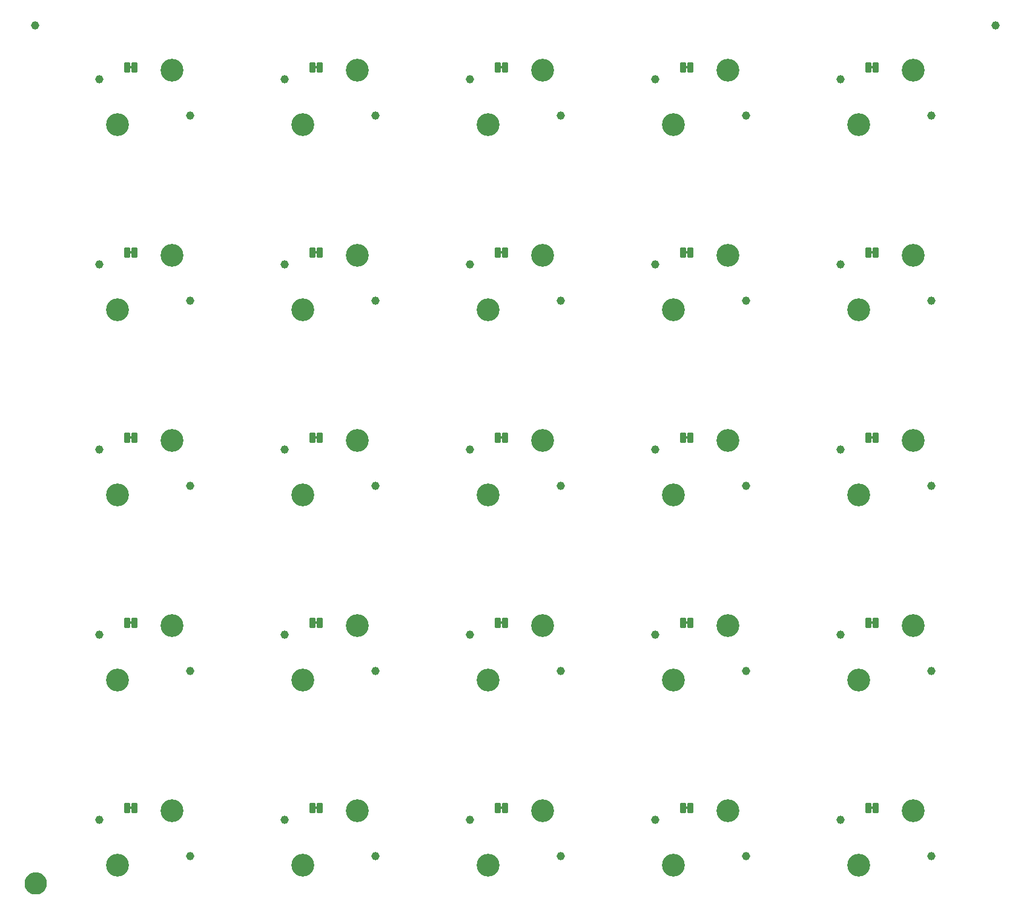
<source format=gbs>
G04 EAGLE Gerber RS-274X export*
G75*
%MOMM*%
%FSLAX34Y34*%
%LPD*%
%INSoldermask Bottom*%
%IPPOS*%
%AMOC8*
5,1,8,0,0,1.08239X$1,22.5*%
G01*
%ADD10C,3.200400*%
%ADD11C,1.152400*%
%ADD12C,0.251966*%
%ADD13C,1.270000*%
%ADD14C,1.652400*%

G36*
X1144970Y426097D02*
X1144970Y426097D01*
X1145036Y426099D01*
X1145079Y426117D01*
X1145126Y426125D01*
X1145183Y426159D01*
X1145243Y426184D01*
X1145278Y426215D01*
X1145319Y426240D01*
X1145361Y426291D01*
X1145409Y426335D01*
X1145431Y426377D01*
X1145460Y426414D01*
X1145481Y426476D01*
X1145512Y426535D01*
X1145520Y426589D01*
X1145532Y426626D01*
X1145531Y426666D01*
X1145539Y426720D01*
X1145539Y429260D01*
X1145528Y429325D01*
X1145526Y429391D01*
X1145508Y429434D01*
X1145500Y429481D01*
X1145466Y429538D01*
X1145441Y429598D01*
X1145410Y429633D01*
X1145385Y429674D01*
X1145334Y429716D01*
X1145290Y429764D01*
X1145248Y429786D01*
X1145211Y429815D01*
X1145149Y429836D01*
X1145090Y429867D01*
X1145036Y429875D01*
X1144999Y429887D01*
X1144959Y429886D01*
X1144905Y429894D01*
X1141095Y429894D01*
X1141030Y429883D01*
X1140964Y429881D01*
X1140921Y429863D01*
X1140874Y429855D01*
X1140817Y429821D01*
X1140757Y429796D01*
X1140722Y429765D01*
X1140681Y429740D01*
X1140640Y429689D01*
X1140591Y429645D01*
X1140569Y429603D01*
X1140540Y429566D01*
X1140519Y429504D01*
X1140488Y429445D01*
X1140480Y429391D01*
X1140468Y429354D01*
X1140468Y429351D01*
X1140469Y429314D01*
X1140461Y429260D01*
X1140461Y426720D01*
X1140472Y426655D01*
X1140474Y426589D01*
X1140492Y426546D01*
X1140500Y426499D01*
X1140534Y426442D01*
X1140559Y426382D01*
X1140590Y426347D01*
X1140615Y426306D01*
X1140666Y426265D01*
X1140710Y426216D01*
X1140752Y426194D01*
X1140789Y426165D01*
X1140851Y426144D01*
X1140910Y426113D01*
X1140964Y426105D01*
X1141001Y426093D01*
X1141041Y426094D01*
X1141095Y426086D01*
X1144905Y426086D01*
X1144970Y426097D01*
G37*
G36*
X885890Y426097D02*
X885890Y426097D01*
X885956Y426099D01*
X885999Y426117D01*
X886046Y426125D01*
X886103Y426159D01*
X886163Y426184D01*
X886198Y426215D01*
X886239Y426240D01*
X886281Y426291D01*
X886329Y426335D01*
X886351Y426377D01*
X886380Y426414D01*
X886401Y426476D01*
X886432Y426535D01*
X886440Y426589D01*
X886452Y426626D01*
X886451Y426666D01*
X886459Y426720D01*
X886459Y429260D01*
X886448Y429325D01*
X886446Y429391D01*
X886428Y429434D01*
X886420Y429481D01*
X886386Y429538D01*
X886361Y429598D01*
X886330Y429633D01*
X886305Y429674D01*
X886254Y429716D01*
X886210Y429764D01*
X886168Y429786D01*
X886131Y429815D01*
X886069Y429836D01*
X886010Y429867D01*
X885956Y429875D01*
X885919Y429887D01*
X885879Y429886D01*
X885825Y429894D01*
X882015Y429894D01*
X881950Y429883D01*
X881884Y429881D01*
X881841Y429863D01*
X881794Y429855D01*
X881737Y429821D01*
X881677Y429796D01*
X881642Y429765D01*
X881601Y429740D01*
X881560Y429689D01*
X881511Y429645D01*
X881489Y429603D01*
X881460Y429566D01*
X881439Y429504D01*
X881408Y429445D01*
X881400Y429391D01*
X881388Y429354D01*
X881388Y429351D01*
X881389Y429314D01*
X881381Y429260D01*
X881381Y426720D01*
X881392Y426655D01*
X881394Y426589D01*
X881412Y426546D01*
X881420Y426499D01*
X881454Y426442D01*
X881479Y426382D01*
X881510Y426347D01*
X881535Y426306D01*
X881586Y426265D01*
X881630Y426216D01*
X881672Y426194D01*
X881709Y426165D01*
X881771Y426144D01*
X881830Y426113D01*
X881884Y426105D01*
X881921Y426093D01*
X881961Y426094D01*
X882015Y426086D01*
X885825Y426086D01*
X885890Y426097D01*
G37*
G36*
X367730Y426097D02*
X367730Y426097D01*
X367796Y426099D01*
X367839Y426117D01*
X367886Y426125D01*
X367943Y426159D01*
X368003Y426184D01*
X368038Y426215D01*
X368079Y426240D01*
X368121Y426291D01*
X368169Y426335D01*
X368191Y426377D01*
X368220Y426414D01*
X368241Y426476D01*
X368272Y426535D01*
X368280Y426589D01*
X368292Y426626D01*
X368291Y426666D01*
X368299Y426720D01*
X368299Y429260D01*
X368288Y429325D01*
X368286Y429391D01*
X368268Y429434D01*
X368260Y429481D01*
X368226Y429538D01*
X368201Y429598D01*
X368170Y429633D01*
X368145Y429674D01*
X368094Y429716D01*
X368050Y429764D01*
X368008Y429786D01*
X367971Y429815D01*
X367909Y429836D01*
X367850Y429867D01*
X367796Y429875D01*
X367759Y429887D01*
X367719Y429886D01*
X367665Y429894D01*
X363855Y429894D01*
X363790Y429883D01*
X363724Y429881D01*
X363681Y429863D01*
X363634Y429855D01*
X363577Y429821D01*
X363517Y429796D01*
X363482Y429765D01*
X363441Y429740D01*
X363400Y429689D01*
X363351Y429645D01*
X363329Y429603D01*
X363300Y429566D01*
X363279Y429504D01*
X363248Y429445D01*
X363240Y429391D01*
X363228Y429354D01*
X363228Y429351D01*
X363229Y429314D01*
X363221Y429260D01*
X363221Y426720D01*
X363232Y426655D01*
X363234Y426589D01*
X363252Y426546D01*
X363260Y426499D01*
X363294Y426442D01*
X363319Y426382D01*
X363350Y426347D01*
X363375Y426306D01*
X363426Y426265D01*
X363470Y426216D01*
X363512Y426194D01*
X363549Y426165D01*
X363611Y426144D01*
X363670Y426113D01*
X363724Y426105D01*
X363761Y426093D01*
X363801Y426094D01*
X363855Y426086D01*
X367665Y426086D01*
X367730Y426097D01*
G37*
G36*
X108650Y426097D02*
X108650Y426097D01*
X108716Y426099D01*
X108759Y426117D01*
X108806Y426125D01*
X108863Y426159D01*
X108923Y426184D01*
X108958Y426215D01*
X108999Y426240D01*
X109041Y426291D01*
X109089Y426335D01*
X109111Y426377D01*
X109140Y426414D01*
X109161Y426476D01*
X109192Y426535D01*
X109200Y426589D01*
X109212Y426626D01*
X109211Y426666D01*
X109219Y426720D01*
X109219Y429260D01*
X109208Y429325D01*
X109206Y429391D01*
X109188Y429434D01*
X109180Y429481D01*
X109146Y429538D01*
X109121Y429598D01*
X109090Y429633D01*
X109065Y429674D01*
X109014Y429716D01*
X108970Y429764D01*
X108928Y429786D01*
X108891Y429815D01*
X108829Y429836D01*
X108770Y429867D01*
X108716Y429875D01*
X108679Y429887D01*
X108639Y429886D01*
X108585Y429894D01*
X104775Y429894D01*
X104710Y429883D01*
X104644Y429881D01*
X104601Y429863D01*
X104554Y429855D01*
X104497Y429821D01*
X104437Y429796D01*
X104402Y429765D01*
X104361Y429740D01*
X104320Y429689D01*
X104271Y429645D01*
X104249Y429603D01*
X104220Y429566D01*
X104199Y429504D01*
X104168Y429445D01*
X104160Y429391D01*
X104148Y429354D01*
X104148Y429351D01*
X104149Y429314D01*
X104141Y429260D01*
X104141Y426720D01*
X104152Y426655D01*
X104154Y426589D01*
X104172Y426546D01*
X104180Y426499D01*
X104214Y426442D01*
X104239Y426382D01*
X104270Y426347D01*
X104295Y426306D01*
X104346Y426265D01*
X104390Y426216D01*
X104432Y426194D01*
X104469Y426165D01*
X104531Y426144D01*
X104590Y426113D01*
X104644Y426105D01*
X104681Y426093D01*
X104721Y426094D01*
X104775Y426086D01*
X108585Y426086D01*
X108650Y426097D01*
G37*
G36*
X626810Y426097D02*
X626810Y426097D01*
X626876Y426099D01*
X626919Y426117D01*
X626966Y426125D01*
X627023Y426159D01*
X627083Y426184D01*
X627118Y426215D01*
X627159Y426240D01*
X627201Y426291D01*
X627249Y426335D01*
X627271Y426377D01*
X627300Y426414D01*
X627321Y426476D01*
X627352Y426535D01*
X627360Y426589D01*
X627372Y426626D01*
X627371Y426666D01*
X627379Y426720D01*
X627379Y429260D01*
X627368Y429325D01*
X627366Y429391D01*
X627348Y429434D01*
X627340Y429481D01*
X627306Y429538D01*
X627281Y429598D01*
X627250Y429633D01*
X627225Y429674D01*
X627174Y429716D01*
X627130Y429764D01*
X627088Y429786D01*
X627051Y429815D01*
X626989Y429836D01*
X626930Y429867D01*
X626876Y429875D01*
X626839Y429887D01*
X626799Y429886D01*
X626745Y429894D01*
X622935Y429894D01*
X622870Y429883D01*
X622804Y429881D01*
X622761Y429863D01*
X622714Y429855D01*
X622657Y429821D01*
X622597Y429796D01*
X622562Y429765D01*
X622521Y429740D01*
X622480Y429689D01*
X622431Y429645D01*
X622409Y429603D01*
X622380Y429566D01*
X622359Y429504D01*
X622328Y429445D01*
X622320Y429391D01*
X622308Y429354D01*
X622308Y429351D01*
X622309Y429314D01*
X622301Y429260D01*
X622301Y426720D01*
X622312Y426655D01*
X622314Y426589D01*
X622332Y426546D01*
X622340Y426499D01*
X622374Y426442D01*
X622399Y426382D01*
X622430Y426347D01*
X622455Y426306D01*
X622506Y426265D01*
X622550Y426216D01*
X622592Y426194D01*
X622629Y426165D01*
X622691Y426144D01*
X622750Y426113D01*
X622804Y426105D01*
X622841Y426093D01*
X622881Y426094D01*
X622935Y426086D01*
X626745Y426086D01*
X626810Y426097D01*
G37*
G36*
X626810Y1203337D02*
X626810Y1203337D01*
X626876Y1203339D01*
X626919Y1203357D01*
X626966Y1203365D01*
X627023Y1203399D01*
X627083Y1203424D01*
X627118Y1203455D01*
X627159Y1203480D01*
X627201Y1203531D01*
X627249Y1203575D01*
X627271Y1203617D01*
X627300Y1203654D01*
X627321Y1203716D01*
X627352Y1203775D01*
X627360Y1203829D01*
X627372Y1203866D01*
X627371Y1203906D01*
X627379Y1203960D01*
X627379Y1206500D01*
X627368Y1206565D01*
X627366Y1206631D01*
X627348Y1206674D01*
X627340Y1206721D01*
X627306Y1206778D01*
X627281Y1206838D01*
X627250Y1206873D01*
X627225Y1206914D01*
X627174Y1206956D01*
X627130Y1207004D01*
X627088Y1207026D01*
X627051Y1207055D01*
X626989Y1207076D01*
X626930Y1207107D01*
X626876Y1207115D01*
X626839Y1207127D01*
X626799Y1207126D01*
X626745Y1207134D01*
X622935Y1207134D01*
X622870Y1207123D01*
X622804Y1207121D01*
X622761Y1207103D01*
X622714Y1207095D01*
X622657Y1207061D01*
X622597Y1207036D01*
X622562Y1207005D01*
X622521Y1206980D01*
X622480Y1206929D01*
X622431Y1206885D01*
X622409Y1206843D01*
X622380Y1206806D01*
X622359Y1206744D01*
X622328Y1206685D01*
X622320Y1206631D01*
X622308Y1206594D01*
X622308Y1206591D01*
X622309Y1206554D01*
X622301Y1206500D01*
X622301Y1203960D01*
X622312Y1203895D01*
X622314Y1203829D01*
X622332Y1203786D01*
X622340Y1203739D01*
X622374Y1203682D01*
X622399Y1203622D01*
X622430Y1203587D01*
X622455Y1203546D01*
X622506Y1203505D01*
X622550Y1203456D01*
X622592Y1203434D01*
X622629Y1203405D01*
X622691Y1203384D01*
X622750Y1203353D01*
X622804Y1203345D01*
X622841Y1203333D01*
X622881Y1203334D01*
X622935Y1203326D01*
X626745Y1203326D01*
X626810Y1203337D01*
G37*
G36*
X367730Y1203337D02*
X367730Y1203337D01*
X367796Y1203339D01*
X367839Y1203357D01*
X367886Y1203365D01*
X367943Y1203399D01*
X368003Y1203424D01*
X368038Y1203455D01*
X368079Y1203480D01*
X368121Y1203531D01*
X368169Y1203575D01*
X368191Y1203617D01*
X368220Y1203654D01*
X368241Y1203716D01*
X368272Y1203775D01*
X368280Y1203829D01*
X368292Y1203866D01*
X368291Y1203906D01*
X368299Y1203960D01*
X368299Y1206500D01*
X368288Y1206565D01*
X368286Y1206631D01*
X368268Y1206674D01*
X368260Y1206721D01*
X368226Y1206778D01*
X368201Y1206838D01*
X368170Y1206873D01*
X368145Y1206914D01*
X368094Y1206956D01*
X368050Y1207004D01*
X368008Y1207026D01*
X367971Y1207055D01*
X367909Y1207076D01*
X367850Y1207107D01*
X367796Y1207115D01*
X367759Y1207127D01*
X367719Y1207126D01*
X367665Y1207134D01*
X363855Y1207134D01*
X363790Y1207123D01*
X363724Y1207121D01*
X363681Y1207103D01*
X363634Y1207095D01*
X363577Y1207061D01*
X363517Y1207036D01*
X363482Y1207005D01*
X363441Y1206980D01*
X363400Y1206929D01*
X363351Y1206885D01*
X363329Y1206843D01*
X363300Y1206806D01*
X363279Y1206744D01*
X363248Y1206685D01*
X363240Y1206631D01*
X363228Y1206594D01*
X363228Y1206591D01*
X363229Y1206554D01*
X363221Y1206500D01*
X363221Y1203960D01*
X363232Y1203895D01*
X363234Y1203829D01*
X363252Y1203786D01*
X363260Y1203739D01*
X363294Y1203682D01*
X363319Y1203622D01*
X363350Y1203587D01*
X363375Y1203546D01*
X363426Y1203505D01*
X363470Y1203456D01*
X363512Y1203434D01*
X363549Y1203405D01*
X363611Y1203384D01*
X363670Y1203353D01*
X363724Y1203345D01*
X363761Y1203333D01*
X363801Y1203334D01*
X363855Y1203326D01*
X367665Y1203326D01*
X367730Y1203337D01*
G37*
G36*
X1144970Y1203337D02*
X1144970Y1203337D01*
X1145036Y1203339D01*
X1145079Y1203357D01*
X1145126Y1203365D01*
X1145183Y1203399D01*
X1145243Y1203424D01*
X1145278Y1203455D01*
X1145319Y1203480D01*
X1145361Y1203531D01*
X1145409Y1203575D01*
X1145431Y1203617D01*
X1145460Y1203654D01*
X1145481Y1203716D01*
X1145512Y1203775D01*
X1145520Y1203829D01*
X1145532Y1203866D01*
X1145531Y1203906D01*
X1145539Y1203960D01*
X1145539Y1206500D01*
X1145528Y1206565D01*
X1145526Y1206631D01*
X1145508Y1206674D01*
X1145500Y1206721D01*
X1145466Y1206778D01*
X1145441Y1206838D01*
X1145410Y1206873D01*
X1145385Y1206914D01*
X1145334Y1206956D01*
X1145290Y1207004D01*
X1145248Y1207026D01*
X1145211Y1207055D01*
X1145149Y1207076D01*
X1145090Y1207107D01*
X1145036Y1207115D01*
X1144999Y1207127D01*
X1144959Y1207126D01*
X1144905Y1207134D01*
X1141095Y1207134D01*
X1141030Y1207123D01*
X1140964Y1207121D01*
X1140921Y1207103D01*
X1140874Y1207095D01*
X1140817Y1207061D01*
X1140757Y1207036D01*
X1140722Y1207005D01*
X1140681Y1206980D01*
X1140640Y1206929D01*
X1140591Y1206885D01*
X1140569Y1206843D01*
X1140540Y1206806D01*
X1140519Y1206744D01*
X1140488Y1206685D01*
X1140480Y1206631D01*
X1140468Y1206594D01*
X1140468Y1206591D01*
X1140469Y1206554D01*
X1140461Y1206500D01*
X1140461Y1203960D01*
X1140472Y1203895D01*
X1140474Y1203829D01*
X1140492Y1203786D01*
X1140500Y1203739D01*
X1140534Y1203682D01*
X1140559Y1203622D01*
X1140590Y1203587D01*
X1140615Y1203546D01*
X1140666Y1203505D01*
X1140710Y1203456D01*
X1140752Y1203434D01*
X1140789Y1203405D01*
X1140851Y1203384D01*
X1140910Y1203353D01*
X1140964Y1203345D01*
X1141001Y1203333D01*
X1141041Y1203334D01*
X1141095Y1203326D01*
X1144905Y1203326D01*
X1144970Y1203337D01*
G37*
G36*
X885890Y1203337D02*
X885890Y1203337D01*
X885956Y1203339D01*
X885999Y1203357D01*
X886046Y1203365D01*
X886103Y1203399D01*
X886163Y1203424D01*
X886198Y1203455D01*
X886239Y1203480D01*
X886281Y1203531D01*
X886329Y1203575D01*
X886351Y1203617D01*
X886380Y1203654D01*
X886401Y1203716D01*
X886432Y1203775D01*
X886440Y1203829D01*
X886452Y1203866D01*
X886451Y1203906D01*
X886459Y1203960D01*
X886459Y1206500D01*
X886448Y1206565D01*
X886446Y1206631D01*
X886428Y1206674D01*
X886420Y1206721D01*
X886386Y1206778D01*
X886361Y1206838D01*
X886330Y1206873D01*
X886305Y1206914D01*
X886254Y1206956D01*
X886210Y1207004D01*
X886168Y1207026D01*
X886131Y1207055D01*
X886069Y1207076D01*
X886010Y1207107D01*
X885956Y1207115D01*
X885919Y1207127D01*
X885879Y1207126D01*
X885825Y1207134D01*
X882015Y1207134D01*
X881950Y1207123D01*
X881884Y1207121D01*
X881841Y1207103D01*
X881794Y1207095D01*
X881737Y1207061D01*
X881677Y1207036D01*
X881642Y1207005D01*
X881601Y1206980D01*
X881560Y1206929D01*
X881511Y1206885D01*
X881489Y1206843D01*
X881460Y1206806D01*
X881439Y1206744D01*
X881408Y1206685D01*
X881400Y1206631D01*
X881388Y1206594D01*
X881388Y1206591D01*
X881389Y1206554D01*
X881381Y1206500D01*
X881381Y1203960D01*
X881392Y1203895D01*
X881394Y1203829D01*
X881412Y1203786D01*
X881420Y1203739D01*
X881454Y1203682D01*
X881479Y1203622D01*
X881510Y1203587D01*
X881535Y1203546D01*
X881586Y1203505D01*
X881630Y1203456D01*
X881672Y1203434D01*
X881709Y1203405D01*
X881771Y1203384D01*
X881830Y1203353D01*
X881884Y1203345D01*
X881921Y1203333D01*
X881961Y1203334D01*
X882015Y1203326D01*
X885825Y1203326D01*
X885890Y1203337D01*
G37*
G36*
X108650Y1203337D02*
X108650Y1203337D01*
X108716Y1203339D01*
X108759Y1203357D01*
X108806Y1203365D01*
X108863Y1203399D01*
X108923Y1203424D01*
X108958Y1203455D01*
X108999Y1203480D01*
X109041Y1203531D01*
X109089Y1203575D01*
X109111Y1203617D01*
X109140Y1203654D01*
X109161Y1203716D01*
X109192Y1203775D01*
X109200Y1203829D01*
X109212Y1203866D01*
X109211Y1203906D01*
X109219Y1203960D01*
X109219Y1206500D01*
X109208Y1206565D01*
X109206Y1206631D01*
X109188Y1206674D01*
X109180Y1206721D01*
X109146Y1206778D01*
X109121Y1206838D01*
X109090Y1206873D01*
X109065Y1206914D01*
X109014Y1206956D01*
X108970Y1207004D01*
X108928Y1207026D01*
X108891Y1207055D01*
X108829Y1207076D01*
X108770Y1207107D01*
X108716Y1207115D01*
X108679Y1207127D01*
X108639Y1207126D01*
X108585Y1207134D01*
X104775Y1207134D01*
X104710Y1207123D01*
X104644Y1207121D01*
X104601Y1207103D01*
X104554Y1207095D01*
X104497Y1207061D01*
X104437Y1207036D01*
X104402Y1207005D01*
X104361Y1206980D01*
X104320Y1206929D01*
X104271Y1206885D01*
X104249Y1206843D01*
X104220Y1206806D01*
X104199Y1206744D01*
X104168Y1206685D01*
X104160Y1206631D01*
X104148Y1206594D01*
X104148Y1206591D01*
X104149Y1206554D01*
X104141Y1206500D01*
X104141Y1203960D01*
X104152Y1203895D01*
X104154Y1203829D01*
X104172Y1203786D01*
X104180Y1203739D01*
X104214Y1203682D01*
X104239Y1203622D01*
X104270Y1203587D01*
X104295Y1203546D01*
X104346Y1203505D01*
X104390Y1203456D01*
X104432Y1203434D01*
X104469Y1203405D01*
X104531Y1203384D01*
X104590Y1203353D01*
X104644Y1203345D01*
X104681Y1203333D01*
X104721Y1203334D01*
X104775Y1203326D01*
X108585Y1203326D01*
X108650Y1203337D01*
G37*
G36*
X1144970Y944257D02*
X1144970Y944257D01*
X1145036Y944259D01*
X1145079Y944277D01*
X1145126Y944285D01*
X1145183Y944319D01*
X1145243Y944344D01*
X1145278Y944375D01*
X1145319Y944400D01*
X1145361Y944451D01*
X1145409Y944495D01*
X1145431Y944537D01*
X1145460Y944574D01*
X1145481Y944636D01*
X1145512Y944695D01*
X1145520Y944749D01*
X1145532Y944786D01*
X1145531Y944826D01*
X1145539Y944880D01*
X1145539Y947420D01*
X1145528Y947485D01*
X1145526Y947551D01*
X1145508Y947594D01*
X1145500Y947641D01*
X1145466Y947698D01*
X1145441Y947758D01*
X1145410Y947793D01*
X1145385Y947834D01*
X1145334Y947876D01*
X1145290Y947924D01*
X1145248Y947946D01*
X1145211Y947975D01*
X1145149Y947996D01*
X1145090Y948027D01*
X1145036Y948035D01*
X1144999Y948047D01*
X1144959Y948046D01*
X1144905Y948054D01*
X1141095Y948054D01*
X1141030Y948043D01*
X1140964Y948041D01*
X1140921Y948023D01*
X1140874Y948015D01*
X1140817Y947981D01*
X1140757Y947956D01*
X1140722Y947925D01*
X1140681Y947900D01*
X1140640Y947849D01*
X1140591Y947805D01*
X1140569Y947763D01*
X1140540Y947726D01*
X1140519Y947664D01*
X1140488Y947605D01*
X1140480Y947551D01*
X1140468Y947514D01*
X1140468Y947511D01*
X1140469Y947474D01*
X1140461Y947420D01*
X1140461Y944880D01*
X1140472Y944815D01*
X1140474Y944749D01*
X1140492Y944706D01*
X1140500Y944659D01*
X1140534Y944602D01*
X1140559Y944542D01*
X1140590Y944507D01*
X1140615Y944466D01*
X1140666Y944425D01*
X1140710Y944376D01*
X1140752Y944354D01*
X1140789Y944325D01*
X1140851Y944304D01*
X1140910Y944273D01*
X1140964Y944265D01*
X1141001Y944253D01*
X1141041Y944254D01*
X1141095Y944246D01*
X1144905Y944246D01*
X1144970Y944257D01*
G37*
G36*
X626810Y944257D02*
X626810Y944257D01*
X626876Y944259D01*
X626919Y944277D01*
X626966Y944285D01*
X627023Y944319D01*
X627083Y944344D01*
X627118Y944375D01*
X627159Y944400D01*
X627201Y944451D01*
X627249Y944495D01*
X627271Y944537D01*
X627300Y944574D01*
X627321Y944636D01*
X627352Y944695D01*
X627360Y944749D01*
X627372Y944786D01*
X627371Y944826D01*
X627379Y944880D01*
X627379Y947420D01*
X627368Y947485D01*
X627366Y947551D01*
X627348Y947594D01*
X627340Y947641D01*
X627306Y947698D01*
X627281Y947758D01*
X627250Y947793D01*
X627225Y947834D01*
X627174Y947876D01*
X627130Y947924D01*
X627088Y947946D01*
X627051Y947975D01*
X626989Y947996D01*
X626930Y948027D01*
X626876Y948035D01*
X626839Y948047D01*
X626799Y948046D01*
X626745Y948054D01*
X622935Y948054D01*
X622870Y948043D01*
X622804Y948041D01*
X622761Y948023D01*
X622714Y948015D01*
X622657Y947981D01*
X622597Y947956D01*
X622562Y947925D01*
X622521Y947900D01*
X622480Y947849D01*
X622431Y947805D01*
X622409Y947763D01*
X622380Y947726D01*
X622359Y947664D01*
X622328Y947605D01*
X622320Y947551D01*
X622308Y947514D01*
X622308Y947511D01*
X622309Y947474D01*
X622301Y947420D01*
X622301Y944880D01*
X622312Y944815D01*
X622314Y944749D01*
X622332Y944706D01*
X622340Y944659D01*
X622374Y944602D01*
X622399Y944542D01*
X622430Y944507D01*
X622455Y944466D01*
X622506Y944425D01*
X622550Y944376D01*
X622592Y944354D01*
X622629Y944325D01*
X622691Y944304D01*
X622750Y944273D01*
X622804Y944265D01*
X622841Y944253D01*
X622881Y944254D01*
X622935Y944246D01*
X626745Y944246D01*
X626810Y944257D01*
G37*
G36*
X108650Y944257D02*
X108650Y944257D01*
X108716Y944259D01*
X108759Y944277D01*
X108806Y944285D01*
X108863Y944319D01*
X108923Y944344D01*
X108958Y944375D01*
X108999Y944400D01*
X109041Y944451D01*
X109089Y944495D01*
X109111Y944537D01*
X109140Y944574D01*
X109161Y944636D01*
X109192Y944695D01*
X109200Y944749D01*
X109212Y944786D01*
X109211Y944826D01*
X109219Y944880D01*
X109219Y947420D01*
X109208Y947485D01*
X109206Y947551D01*
X109188Y947594D01*
X109180Y947641D01*
X109146Y947698D01*
X109121Y947758D01*
X109090Y947793D01*
X109065Y947834D01*
X109014Y947876D01*
X108970Y947924D01*
X108928Y947946D01*
X108891Y947975D01*
X108829Y947996D01*
X108770Y948027D01*
X108716Y948035D01*
X108679Y948047D01*
X108639Y948046D01*
X108585Y948054D01*
X104775Y948054D01*
X104710Y948043D01*
X104644Y948041D01*
X104601Y948023D01*
X104554Y948015D01*
X104497Y947981D01*
X104437Y947956D01*
X104402Y947925D01*
X104361Y947900D01*
X104320Y947849D01*
X104271Y947805D01*
X104249Y947763D01*
X104220Y947726D01*
X104199Y947664D01*
X104168Y947605D01*
X104160Y947551D01*
X104148Y947514D01*
X104148Y947511D01*
X104149Y947474D01*
X104141Y947420D01*
X104141Y944880D01*
X104152Y944815D01*
X104154Y944749D01*
X104172Y944706D01*
X104180Y944659D01*
X104214Y944602D01*
X104239Y944542D01*
X104270Y944507D01*
X104295Y944466D01*
X104346Y944425D01*
X104390Y944376D01*
X104432Y944354D01*
X104469Y944325D01*
X104531Y944304D01*
X104590Y944273D01*
X104644Y944265D01*
X104681Y944253D01*
X104721Y944254D01*
X104775Y944246D01*
X108585Y944246D01*
X108650Y944257D01*
G37*
G36*
X885890Y944257D02*
X885890Y944257D01*
X885956Y944259D01*
X885999Y944277D01*
X886046Y944285D01*
X886103Y944319D01*
X886163Y944344D01*
X886198Y944375D01*
X886239Y944400D01*
X886281Y944451D01*
X886329Y944495D01*
X886351Y944537D01*
X886380Y944574D01*
X886401Y944636D01*
X886432Y944695D01*
X886440Y944749D01*
X886452Y944786D01*
X886451Y944826D01*
X886459Y944880D01*
X886459Y947420D01*
X886448Y947485D01*
X886446Y947551D01*
X886428Y947594D01*
X886420Y947641D01*
X886386Y947698D01*
X886361Y947758D01*
X886330Y947793D01*
X886305Y947834D01*
X886254Y947876D01*
X886210Y947924D01*
X886168Y947946D01*
X886131Y947975D01*
X886069Y947996D01*
X886010Y948027D01*
X885956Y948035D01*
X885919Y948047D01*
X885879Y948046D01*
X885825Y948054D01*
X882015Y948054D01*
X881950Y948043D01*
X881884Y948041D01*
X881841Y948023D01*
X881794Y948015D01*
X881737Y947981D01*
X881677Y947956D01*
X881642Y947925D01*
X881601Y947900D01*
X881560Y947849D01*
X881511Y947805D01*
X881489Y947763D01*
X881460Y947726D01*
X881439Y947664D01*
X881408Y947605D01*
X881400Y947551D01*
X881388Y947514D01*
X881388Y947511D01*
X881389Y947474D01*
X881381Y947420D01*
X881381Y944880D01*
X881392Y944815D01*
X881394Y944749D01*
X881412Y944706D01*
X881420Y944659D01*
X881454Y944602D01*
X881479Y944542D01*
X881510Y944507D01*
X881535Y944466D01*
X881586Y944425D01*
X881630Y944376D01*
X881672Y944354D01*
X881709Y944325D01*
X881771Y944304D01*
X881830Y944273D01*
X881884Y944265D01*
X881921Y944253D01*
X881961Y944254D01*
X882015Y944246D01*
X885825Y944246D01*
X885890Y944257D01*
G37*
G36*
X367730Y944257D02*
X367730Y944257D01*
X367796Y944259D01*
X367839Y944277D01*
X367886Y944285D01*
X367943Y944319D01*
X368003Y944344D01*
X368038Y944375D01*
X368079Y944400D01*
X368121Y944451D01*
X368169Y944495D01*
X368191Y944537D01*
X368220Y944574D01*
X368241Y944636D01*
X368272Y944695D01*
X368280Y944749D01*
X368292Y944786D01*
X368291Y944826D01*
X368299Y944880D01*
X368299Y947420D01*
X368288Y947485D01*
X368286Y947551D01*
X368268Y947594D01*
X368260Y947641D01*
X368226Y947698D01*
X368201Y947758D01*
X368170Y947793D01*
X368145Y947834D01*
X368094Y947876D01*
X368050Y947924D01*
X368008Y947946D01*
X367971Y947975D01*
X367909Y947996D01*
X367850Y948027D01*
X367796Y948035D01*
X367759Y948047D01*
X367719Y948046D01*
X367665Y948054D01*
X363855Y948054D01*
X363790Y948043D01*
X363724Y948041D01*
X363681Y948023D01*
X363634Y948015D01*
X363577Y947981D01*
X363517Y947956D01*
X363482Y947925D01*
X363441Y947900D01*
X363400Y947849D01*
X363351Y947805D01*
X363329Y947763D01*
X363300Y947726D01*
X363279Y947664D01*
X363248Y947605D01*
X363240Y947551D01*
X363228Y947514D01*
X363228Y947511D01*
X363229Y947474D01*
X363221Y947420D01*
X363221Y944880D01*
X363232Y944815D01*
X363234Y944749D01*
X363252Y944706D01*
X363260Y944659D01*
X363294Y944602D01*
X363319Y944542D01*
X363350Y944507D01*
X363375Y944466D01*
X363426Y944425D01*
X363470Y944376D01*
X363512Y944354D01*
X363549Y944325D01*
X363611Y944304D01*
X363670Y944273D01*
X363724Y944265D01*
X363761Y944253D01*
X363801Y944254D01*
X363855Y944246D01*
X367665Y944246D01*
X367730Y944257D01*
G37*
G36*
X885890Y685177D02*
X885890Y685177D01*
X885956Y685179D01*
X885999Y685197D01*
X886046Y685205D01*
X886103Y685239D01*
X886163Y685264D01*
X886198Y685295D01*
X886239Y685320D01*
X886281Y685371D01*
X886329Y685415D01*
X886351Y685457D01*
X886380Y685494D01*
X886401Y685556D01*
X886432Y685615D01*
X886440Y685669D01*
X886452Y685706D01*
X886451Y685746D01*
X886459Y685800D01*
X886459Y688340D01*
X886448Y688405D01*
X886446Y688471D01*
X886428Y688514D01*
X886420Y688561D01*
X886386Y688618D01*
X886361Y688678D01*
X886330Y688713D01*
X886305Y688754D01*
X886254Y688796D01*
X886210Y688844D01*
X886168Y688866D01*
X886131Y688895D01*
X886069Y688916D01*
X886010Y688947D01*
X885956Y688955D01*
X885919Y688967D01*
X885879Y688966D01*
X885825Y688974D01*
X882015Y688974D01*
X881950Y688963D01*
X881884Y688961D01*
X881841Y688943D01*
X881794Y688935D01*
X881737Y688901D01*
X881677Y688876D01*
X881642Y688845D01*
X881601Y688820D01*
X881560Y688769D01*
X881511Y688725D01*
X881489Y688683D01*
X881460Y688646D01*
X881439Y688584D01*
X881408Y688525D01*
X881400Y688471D01*
X881388Y688434D01*
X881388Y688431D01*
X881389Y688394D01*
X881381Y688340D01*
X881381Y685800D01*
X881392Y685735D01*
X881394Y685669D01*
X881412Y685626D01*
X881420Y685579D01*
X881454Y685522D01*
X881479Y685462D01*
X881510Y685427D01*
X881535Y685386D01*
X881586Y685345D01*
X881630Y685296D01*
X881672Y685274D01*
X881709Y685245D01*
X881771Y685224D01*
X881830Y685193D01*
X881884Y685185D01*
X881921Y685173D01*
X881961Y685174D01*
X882015Y685166D01*
X885825Y685166D01*
X885890Y685177D01*
G37*
G36*
X626810Y685177D02*
X626810Y685177D01*
X626876Y685179D01*
X626919Y685197D01*
X626966Y685205D01*
X627023Y685239D01*
X627083Y685264D01*
X627118Y685295D01*
X627159Y685320D01*
X627201Y685371D01*
X627249Y685415D01*
X627271Y685457D01*
X627300Y685494D01*
X627321Y685556D01*
X627352Y685615D01*
X627360Y685669D01*
X627372Y685706D01*
X627371Y685746D01*
X627379Y685800D01*
X627379Y688340D01*
X627368Y688405D01*
X627366Y688471D01*
X627348Y688514D01*
X627340Y688561D01*
X627306Y688618D01*
X627281Y688678D01*
X627250Y688713D01*
X627225Y688754D01*
X627174Y688796D01*
X627130Y688844D01*
X627088Y688866D01*
X627051Y688895D01*
X626989Y688916D01*
X626930Y688947D01*
X626876Y688955D01*
X626839Y688967D01*
X626799Y688966D01*
X626745Y688974D01*
X622935Y688974D01*
X622870Y688963D01*
X622804Y688961D01*
X622761Y688943D01*
X622714Y688935D01*
X622657Y688901D01*
X622597Y688876D01*
X622562Y688845D01*
X622521Y688820D01*
X622480Y688769D01*
X622431Y688725D01*
X622409Y688683D01*
X622380Y688646D01*
X622359Y688584D01*
X622328Y688525D01*
X622320Y688471D01*
X622308Y688434D01*
X622308Y688431D01*
X622309Y688394D01*
X622301Y688340D01*
X622301Y685800D01*
X622312Y685735D01*
X622314Y685669D01*
X622332Y685626D01*
X622340Y685579D01*
X622374Y685522D01*
X622399Y685462D01*
X622430Y685427D01*
X622455Y685386D01*
X622506Y685345D01*
X622550Y685296D01*
X622592Y685274D01*
X622629Y685245D01*
X622691Y685224D01*
X622750Y685193D01*
X622804Y685185D01*
X622841Y685173D01*
X622881Y685174D01*
X622935Y685166D01*
X626745Y685166D01*
X626810Y685177D01*
G37*
G36*
X108650Y685177D02*
X108650Y685177D01*
X108716Y685179D01*
X108759Y685197D01*
X108806Y685205D01*
X108863Y685239D01*
X108923Y685264D01*
X108958Y685295D01*
X108999Y685320D01*
X109041Y685371D01*
X109089Y685415D01*
X109111Y685457D01*
X109140Y685494D01*
X109161Y685556D01*
X109192Y685615D01*
X109200Y685669D01*
X109212Y685706D01*
X109211Y685746D01*
X109219Y685800D01*
X109219Y688340D01*
X109208Y688405D01*
X109206Y688471D01*
X109188Y688514D01*
X109180Y688561D01*
X109146Y688618D01*
X109121Y688678D01*
X109090Y688713D01*
X109065Y688754D01*
X109014Y688796D01*
X108970Y688844D01*
X108928Y688866D01*
X108891Y688895D01*
X108829Y688916D01*
X108770Y688947D01*
X108716Y688955D01*
X108679Y688967D01*
X108639Y688966D01*
X108585Y688974D01*
X104775Y688974D01*
X104710Y688963D01*
X104644Y688961D01*
X104601Y688943D01*
X104554Y688935D01*
X104497Y688901D01*
X104437Y688876D01*
X104402Y688845D01*
X104361Y688820D01*
X104320Y688769D01*
X104271Y688725D01*
X104249Y688683D01*
X104220Y688646D01*
X104199Y688584D01*
X104168Y688525D01*
X104160Y688471D01*
X104148Y688434D01*
X104148Y688431D01*
X104149Y688394D01*
X104141Y688340D01*
X104141Y685800D01*
X104152Y685735D01*
X104154Y685669D01*
X104172Y685626D01*
X104180Y685579D01*
X104214Y685522D01*
X104239Y685462D01*
X104270Y685427D01*
X104295Y685386D01*
X104346Y685345D01*
X104390Y685296D01*
X104432Y685274D01*
X104469Y685245D01*
X104531Y685224D01*
X104590Y685193D01*
X104644Y685185D01*
X104681Y685173D01*
X104721Y685174D01*
X104775Y685166D01*
X108585Y685166D01*
X108650Y685177D01*
G37*
G36*
X367730Y685177D02*
X367730Y685177D01*
X367796Y685179D01*
X367839Y685197D01*
X367886Y685205D01*
X367943Y685239D01*
X368003Y685264D01*
X368038Y685295D01*
X368079Y685320D01*
X368121Y685371D01*
X368169Y685415D01*
X368191Y685457D01*
X368220Y685494D01*
X368241Y685556D01*
X368272Y685615D01*
X368280Y685669D01*
X368292Y685706D01*
X368291Y685746D01*
X368299Y685800D01*
X368299Y688340D01*
X368288Y688405D01*
X368286Y688471D01*
X368268Y688514D01*
X368260Y688561D01*
X368226Y688618D01*
X368201Y688678D01*
X368170Y688713D01*
X368145Y688754D01*
X368094Y688796D01*
X368050Y688844D01*
X368008Y688866D01*
X367971Y688895D01*
X367909Y688916D01*
X367850Y688947D01*
X367796Y688955D01*
X367759Y688967D01*
X367719Y688966D01*
X367665Y688974D01*
X363855Y688974D01*
X363790Y688963D01*
X363724Y688961D01*
X363681Y688943D01*
X363634Y688935D01*
X363577Y688901D01*
X363517Y688876D01*
X363482Y688845D01*
X363441Y688820D01*
X363400Y688769D01*
X363351Y688725D01*
X363329Y688683D01*
X363300Y688646D01*
X363279Y688584D01*
X363248Y688525D01*
X363240Y688471D01*
X363228Y688434D01*
X363228Y688431D01*
X363229Y688394D01*
X363221Y688340D01*
X363221Y685800D01*
X363232Y685735D01*
X363234Y685669D01*
X363252Y685626D01*
X363260Y685579D01*
X363294Y685522D01*
X363319Y685462D01*
X363350Y685427D01*
X363375Y685386D01*
X363426Y685345D01*
X363470Y685296D01*
X363512Y685274D01*
X363549Y685245D01*
X363611Y685224D01*
X363670Y685193D01*
X363724Y685185D01*
X363761Y685173D01*
X363801Y685174D01*
X363855Y685166D01*
X367665Y685166D01*
X367730Y685177D01*
G37*
G36*
X1144970Y685177D02*
X1144970Y685177D01*
X1145036Y685179D01*
X1145079Y685197D01*
X1145126Y685205D01*
X1145183Y685239D01*
X1145243Y685264D01*
X1145278Y685295D01*
X1145319Y685320D01*
X1145361Y685371D01*
X1145409Y685415D01*
X1145431Y685457D01*
X1145460Y685494D01*
X1145481Y685556D01*
X1145512Y685615D01*
X1145520Y685669D01*
X1145532Y685706D01*
X1145531Y685746D01*
X1145539Y685800D01*
X1145539Y688340D01*
X1145528Y688405D01*
X1145526Y688471D01*
X1145508Y688514D01*
X1145500Y688561D01*
X1145466Y688618D01*
X1145441Y688678D01*
X1145410Y688713D01*
X1145385Y688754D01*
X1145334Y688796D01*
X1145290Y688844D01*
X1145248Y688866D01*
X1145211Y688895D01*
X1145149Y688916D01*
X1145090Y688947D01*
X1145036Y688955D01*
X1144999Y688967D01*
X1144959Y688966D01*
X1144905Y688974D01*
X1141095Y688974D01*
X1141030Y688963D01*
X1140964Y688961D01*
X1140921Y688943D01*
X1140874Y688935D01*
X1140817Y688901D01*
X1140757Y688876D01*
X1140722Y688845D01*
X1140681Y688820D01*
X1140640Y688769D01*
X1140591Y688725D01*
X1140569Y688683D01*
X1140540Y688646D01*
X1140519Y688584D01*
X1140488Y688525D01*
X1140480Y688471D01*
X1140468Y688434D01*
X1140468Y688431D01*
X1140469Y688394D01*
X1140461Y688340D01*
X1140461Y685800D01*
X1140472Y685735D01*
X1140474Y685669D01*
X1140492Y685626D01*
X1140500Y685579D01*
X1140534Y685522D01*
X1140559Y685462D01*
X1140590Y685427D01*
X1140615Y685386D01*
X1140666Y685345D01*
X1140710Y685296D01*
X1140752Y685274D01*
X1140789Y685245D01*
X1140851Y685224D01*
X1140910Y685193D01*
X1140964Y685185D01*
X1141001Y685173D01*
X1141041Y685174D01*
X1141095Y685166D01*
X1144905Y685166D01*
X1144970Y685177D01*
G37*
G36*
X1144970Y167017D02*
X1144970Y167017D01*
X1145036Y167019D01*
X1145079Y167037D01*
X1145126Y167045D01*
X1145183Y167079D01*
X1145243Y167104D01*
X1145278Y167135D01*
X1145319Y167160D01*
X1145361Y167211D01*
X1145409Y167255D01*
X1145431Y167297D01*
X1145460Y167334D01*
X1145481Y167396D01*
X1145512Y167455D01*
X1145520Y167509D01*
X1145532Y167546D01*
X1145531Y167586D01*
X1145539Y167640D01*
X1145539Y170180D01*
X1145528Y170245D01*
X1145526Y170311D01*
X1145508Y170354D01*
X1145500Y170401D01*
X1145466Y170458D01*
X1145441Y170518D01*
X1145410Y170553D01*
X1145385Y170594D01*
X1145334Y170636D01*
X1145290Y170684D01*
X1145248Y170706D01*
X1145211Y170735D01*
X1145149Y170756D01*
X1145090Y170787D01*
X1145036Y170795D01*
X1144999Y170807D01*
X1144959Y170806D01*
X1144905Y170814D01*
X1141095Y170814D01*
X1141030Y170803D01*
X1140964Y170801D01*
X1140921Y170783D01*
X1140874Y170775D01*
X1140817Y170741D01*
X1140757Y170716D01*
X1140722Y170685D01*
X1140681Y170660D01*
X1140640Y170609D01*
X1140591Y170565D01*
X1140569Y170523D01*
X1140540Y170486D01*
X1140519Y170424D01*
X1140488Y170365D01*
X1140480Y170311D01*
X1140468Y170274D01*
X1140468Y170271D01*
X1140469Y170234D01*
X1140461Y170180D01*
X1140461Y167640D01*
X1140472Y167575D01*
X1140474Y167509D01*
X1140492Y167466D01*
X1140500Y167419D01*
X1140534Y167362D01*
X1140559Y167302D01*
X1140590Y167267D01*
X1140615Y167226D01*
X1140666Y167185D01*
X1140710Y167136D01*
X1140752Y167114D01*
X1140789Y167085D01*
X1140851Y167064D01*
X1140910Y167033D01*
X1140964Y167025D01*
X1141001Y167013D01*
X1141041Y167014D01*
X1141095Y167006D01*
X1144905Y167006D01*
X1144970Y167017D01*
G37*
G36*
X885890Y167017D02*
X885890Y167017D01*
X885956Y167019D01*
X885999Y167037D01*
X886046Y167045D01*
X886103Y167079D01*
X886163Y167104D01*
X886198Y167135D01*
X886239Y167160D01*
X886281Y167211D01*
X886329Y167255D01*
X886351Y167297D01*
X886380Y167334D01*
X886401Y167396D01*
X886432Y167455D01*
X886440Y167509D01*
X886452Y167546D01*
X886451Y167586D01*
X886459Y167640D01*
X886459Y170180D01*
X886448Y170245D01*
X886446Y170311D01*
X886428Y170354D01*
X886420Y170401D01*
X886386Y170458D01*
X886361Y170518D01*
X886330Y170553D01*
X886305Y170594D01*
X886254Y170636D01*
X886210Y170684D01*
X886168Y170706D01*
X886131Y170735D01*
X886069Y170756D01*
X886010Y170787D01*
X885956Y170795D01*
X885919Y170807D01*
X885879Y170806D01*
X885825Y170814D01*
X882015Y170814D01*
X881950Y170803D01*
X881884Y170801D01*
X881841Y170783D01*
X881794Y170775D01*
X881737Y170741D01*
X881677Y170716D01*
X881642Y170685D01*
X881601Y170660D01*
X881560Y170609D01*
X881511Y170565D01*
X881489Y170523D01*
X881460Y170486D01*
X881439Y170424D01*
X881408Y170365D01*
X881400Y170311D01*
X881388Y170274D01*
X881388Y170271D01*
X881389Y170234D01*
X881381Y170180D01*
X881381Y167640D01*
X881392Y167575D01*
X881394Y167509D01*
X881412Y167466D01*
X881420Y167419D01*
X881454Y167362D01*
X881479Y167302D01*
X881510Y167267D01*
X881535Y167226D01*
X881586Y167185D01*
X881630Y167136D01*
X881672Y167114D01*
X881709Y167085D01*
X881771Y167064D01*
X881830Y167033D01*
X881884Y167025D01*
X881921Y167013D01*
X881961Y167014D01*
X882015Y167006D01*
X885825Y167006D01*
X885890Y167017D01*
G37*
G36*
X626810Y167017D02*
X626810Y167017D01*
X626876Y167019D01*
X626919Y167037D01*
X626966Y167045D01*
X627023Y167079D01*
X627083Y167104D01*
X627118Y167135D01*
X627159Y167160D01*
X627201Y167211D01*
X627249Y167255D01*
X627271Y167297D01*
X627300Y167334D01*
X627321Y167396D01*
X627352Y167455D01*
X627360Y167509D01*
X627372Y167546D01*
X627371Y167586D01*
X627379Y167640D01*
X627379Y170180D01*
X627368Y170245D01*
X627366Y170311D01*
X627348Y170354D01*
X627340Y170401D01*
X627306Y170458D01*
X627281Y170518D01*
X627250Y170553D01*
X627225Y170594D01*
X627174Y170636D01*
X627130Y170684D01*
X627088Y170706D01*
X627051Y170735D01*
X626989Y170756D01*
X626930Y170787D01*
X626876Y170795D01*
X626839Y170807D01*
X626799Y170806D01*
X626745Y170814D01*
X622935Y170814D01*
X622870Y170803D01*
X622804Y170801D01*
X622761Y170783D01*
X622714Y170775D01*
X622657Y170741D01*
X622597Y170716D01*
X622562Y170685D01*
X622521Y170660D01*
X622480Y170609D01*
X622431Y170565D01*
X622409Y170523D01*
X622380Y170486D01*
X622359Y170424D01*
X622328Y170365D01*
X622320Y170311D01*
X622308Y170274D01*
X622308Y170271D01*
X622309Y170234D01*
X622301Y170180D01*
X622301Y167640D01*
X622312Y167575D01*
X622314Y167509D01*
X622332Y167466D01*
X622340Y167419D01*
X622374Y167362D01*
X622399Y167302D01*
X622430Y167267D01*
X622455Y167226D01*
X622506Y167185D01*
X622550Y167136D01*
X622592Y167114D01*
X622629Y167085D01*
X622691Y167064D01*
X622750Y167033D01*
X622804Y167025D01*
X622841Y167013D01*
X622881Y167014D01*
X622935Y167006D01*
X626745Y167006D01*
X626810Y167017D01*
G37*
G36*
X367730Y167017D02*
X367730Y167017D01*
X367796Y167019D01*
X367839Y167037D01*
X367886Y167045D01*
X367943Y167079D01*
X368003Y167104D01*
X368038Y167135D01*
X368079Y167160D01*
X368121Y167211D01*
X368169Y167255D01*
X368191Y167297D01*
X368220Y167334D01*
X368241Y167396D01*
X368272Y167455D01*
X368280Y167509D01*
X368292Y167546D01*
X368291Y167586D01*
X368299Y167640D01*
X368299Y170180D01*
X368288Y170245D01*
X368286Y170311D01*
X368268Y170354D01*
X368260Y170401D01*
X368226Y170458D01*
X368201Y170518D01*
X368170Y170553D01*
X368145Y170594D01*
X368094Y170636D01*
X368050Y170684D01*
X368008Y170706D01*
X367971Y170735D01*
X367909Y170756D01*
X367850Y170787D01*
X367796Y170795D01*
X367759Y170807D01*
X367719Y170806D01*
X367665Y170814D01*
X363855Y170814D01*
X363790Y170803D01*
X363724Y170801D01*
X363681Y170783D01*
X363634Y170775D01*
X363577Y170741D01*
X363517Y170716D01*
X363482Y170685D01*
X363441Y170660D01*
X363400Y170609D01*
X363351Y170565D01*
X363329Y170523D01*
X363300Y170486D01*
X363279Y170424D01*
X363248Y170365D01*
X363240Y170311D01*
X363228Y170274D01*
X363228Y170271D01*
X363229Y170234D01*
X363221Y170180D01*
X363221Y167640D01*
X363232Y167575D01*
X363234Y167509D01*
X363252Y167466D01*
X363260Y167419D01*
X363294Y167362D01*
X363319Y167302D01*
X363350Y167267D01*
X363375Y167226D01*
X363426Y167185D01*
X363470Y167136D01*
X363512Y167114D01*
X363549Y167085D01*
X363611Y167064D01*
X363670Y167033D01*
X363724Y167025D01*
X363761Y167013D01*
X363801Y167014D01*
X363855Y167006D01*
X367665Y167006D01*
X367730Y167017D01*
G37*
G36*
X108650Y167017D02*
X108650Y167017D01*
X108716Y167019D01*
X108759Y167037D01*
X108806Y167045D01*
X108863Y167079D01*
X108923Y167104D01*
X108958Y167135D01*
X108999Y167160D01*
X109041Y167211D01*
X109089Y167255D01*
X109111Y167297D01*
X109140Y167334D01*
X109161Y167396D01*
X109192Y167455D01*
X109200Y167509D01*
X109212Y167546D01*
X109211Y167586D01*
X109219Y167640D01*
X109219Y170180D01*
X109208Y170245D01*
X109206Y170311D01*
X109188Y170354D01*
X109180Y170401D01*
X109146Y170458D01*
X109121Y170518D01*
X109090Y170553D01*
X109065Y170594D01*
X109014Y170636D01*
X108970Y170684D01*
X108928Y170706D01*
X108891Y170735D01*
X108829Y170756D01*
X108770Y170787D01*
X108716Y170795D01*
X108679Y170807D01*
X108639Y170806D01*
X108585Y170814D01*
X104775Y170814D01*
X104710Y170803D01*
X104644Y170801D01*
X104601Y170783D01*
X104554Y170775D01*
X104497Y170741D01*
X104437Y170716D01*
X104402Y170685D01*
X104361Y170660D01*
X104320Y170609D01*
X104271Y170565D01*
X104249Y170523D01*
X104220Y170486D01*
X104199Y170424D01*
X104168Y170365D01*
X104160Y170311D01*
X104148Y170274D01*
X104148Y170271D01*
X104149Y170234D01*
X104141Y170180D01*
X104141Y167640D01*
X104152Y167575D01*
X104154Y167509D01*
X104172Y167466D01*
X104180Y167419D01*
X104214Y167362D01*
X104239Y167302D01*
X104270Y167267D01*
X104295Y167226D01*
X104346Y167185D01*
X104390Y167136D01*
X104432Y167114D01*
X104469Y167085D01*
X104531Y167064D01*
X104590Y167033D01*
X104644Y167025D01*
X104681Y167013D01*
X104721Y167014D01*
X104775Y167006D01*
X108585Y167006D01*
X108650Y167017D01*
G37*
D10*
X165100Y165100D03*
X88900Y88900D03*
D11*
X63500Y152400D03*
X190500Y101600D03*
D12*
X114691Y174762D02*
X109083Y174762D01*
X114691Y174762D02*
X114691Y163058D01*
X109083Y163058D01*
X109083Y174762D01*
X109083Y165452D02*
X114691Y165452D01*
X114691Y167846D02*
X109083Y167846D01*
X109083Y170240D02*
X114691Y170240D01*
X114691Y172634D02*
X109083Y172634D01*
X104277Y174762D02*
X98669Y174762D01*
X104277Y174762D02*
X104277Y163058D01*
X98669Y163058D01*
X98669Y174762D01*
X98669Y165452D02*
X104277Y165452D01*
X104277Y167846D02*
X98669Y167846D01*
X98669Y170240D02*
X104277Y170240D01*
X104277Y172634D02*
X98669Y172634D01*
D10*
X424180Y165100D03*
X347980Y88900D03*
D11*
X322580Y152400D03*
X449580Y101600D03*
D12*
X373771Y174762D02*
X368163Y174762D01*
X373771Y174762D02*
X373771Y163058D01*
X368163Y163058D01*
X368163Y174762D01*
X368163Y165452D02*
X373771Y165452D01*
X373771Y167846D02*
X368163Y167846D01*
X368163Y170240D02*
X373771Y170240D01*
X373771Y172634D02*
X368163Y172634D01*
X363357Y174762D02*
X357749Y174762D01*
X363357Y174762D02*
X363357Y163058D01*
X357749Y163058D01*
X357749Y174762D01*
X357749Y165452D02*
X363357Y165452D01*
X363357Y167846D02*
X357749Y167846D01*
X357749Y170240D02*
X363357Y170240D01*
X363357Y172634D02*
X357749Y172634D01*
D10*
X683260Y165100D03*
X607060Y88900D03*
D11*
X581660Y152400D03*
X708660Y101600D03*
D12*
X632851Y174762D02*
X627243Y174762D01*
X632851Y174762D02*
X632851Y163058D01*
X627243Y163058D01*
X627243Y174762D01*
X627243Y165452D02*
X632851Y165452D01*
X632851Y167846D02*
X627243Y167846D01*
X627243Y170240D02*
X632851Y170240D01*
X632851Y172634D02*
X627243Y172634D01*
X622437Y174762D02*
X616829Y174762D01*
X622437Y174762D02*
X622437Y163058D01*
X616829Y163058D01*
X616829Y174762D01*
X616829Y165452D02*
X622437Y165452D01*
X622437Y167846D02*
X616829Y167846D01*
X616829Y170240D02*
X622437Y170240D01*
X622437Y172634D02*
X616829Y172634D01*
D10*
X942340Y165100D03*
X866140Y88900D03*
D11*
X840740Y152400D03*
X967740Y101600D03*
D12*
X891931Y174762D02*
X886323Y174762D01*
X891931Y174762D02*
X891931Y163058D01*
X886323Y163058D01*
X886323Y174762D01*
X886323Y165452D02*
X891931Y165452D01*
X891931Y167846D02*
X886323Y167846D01*
X886323Y170240D02*
X891931Y170240D01*
X891931Y172634D02*
X886323Y172634D01*
X881517Y174762D02*
X875909Y174762D01*
X881517Y174762D02*
X881517Y163058D01*
X875909Y163058D01*
X875909Y174762D01*
X875909Y165452D02*
X881517Y165452D01*
X881517Y167846D02*
X875909Y167846D01*
X875909Y170240D02*
X881517Y170240D01*
X881517Y172634D02*
X875909Y172634D01*
D10*
X1201420Y165100D03*
X1125220Y88900D03*
D11*
X1099820Y152400D03*
X1226820Y101600D03*
D12*
X1151011Y174762D02*
X1145403Y174762D01*
X1151011Y174762D02*
X1151011Y163058D01*
X1145403Y163058D01*
X1145403Y174762D01*
X1145403Y165452D02*
X1151011Y165452D01*
X1151011Y167846D02*
X1145403Y167846D01*
X1145403Y170240D02*
X1151011Y170240D01*
X1151011Y172634D02*
X1145403Y172634D01*
X1140597Y174762D02*
X1134989Y174762D01*
X1140597Y174762D02*
X1140597Y163058D01*
X1134989Y163058D01*
X1134989Y174762D01*
X1134989Y165452D02*
X1140597Y165452D01*
X1140597Y167846D02*
X1134989Y167846D01*
X1134989Y170240D02*
X1140597Y170240D01*
X1140597Y172634D02*
X1134989Y172634D01*
D10*
X165100Y424180D03*
X88900Y347980D03*
D11*
X63500Y411480D03*
X190500Y360680D03*
D12*
X114691Y433842D02*
X109083Y433842D01*
X114691Y433842D02*
X114691Y422138D01*
X109083Y422138D01*
X109083Y433842D01*
X109083Y424532D02*
X114691Y424532D01*
X114691Y426926D02*
X109083Y426926D01*
X109083Y429320D02*
X114691Y429320D01*
X114691Y431714D02*
X109083Y431714D01*
X104277Y433842D02*
X98669Y433842D01*
X104277Y433842D02*
X104277Y422138D01*
X98669Y422138D01*
X98669Y433842D01*
X98669Y424532D02*
X104277Y424532D01*
X104277Y426926D02*
X98669Y426926D01*
X98669Y429320D02*
X104277Y429320D01*
X104277Y431714D02*
X98669Y431714D01*
D10*
X424180Y424180D03*
X347980Y347980D03*
D11*
X322580Y411480D03*
X449580Y360680D03*
D12*
X373771Y433842D02*
X368163Y433842D01*
X373771Y433842D02*
X373771Y422138D01*
X368163Y422138D01*
X368163Y433842D01*
X368163Y424532D02*
X373771Y424532D01*
X373771Y426926D02*
X368163Y426926D01*
X368163Y429320D02*
X373771Y429320D01*
X373771Y431714D02*
X368163Y431714D01*
X363357Y433842D02*
X357749Y433842D01*
X363357Y433842D02*
X363357Y422138D01*
X357749Y422138D01*
X357749Y433842D01*
X357749Y424532D02*
X363357Y424532D01*
X363357Y426926D02*
X357749Y426926D01*
X357749Y429320D02*
X363357Y429320D01*
X363357Y431714D02*
X357749Y431714D01*
D10*
X683260Y424180D03*
X607060Y347980D03*
D11*
X581660Y411480D03*
X708660Y360680D03*
D12*
X632851Y433842D02*
X627243Y433842D01*
X632851Y433842D02*
X632851Y422138D01*
X627243Y422138D01*
X627243Y433842D01*
X627243Y424532D02*
X632851Y424532D01*
X632851Y426926D02*
X627243Y426926D01*
X627243Y429320D02*
X632851Y429320D01*
X632851Y431714D02*
X627243Y431714D01*
X622437Y433842D02*
X616829Y433842D01*
X622437Y433842D02*
X622437Y422138D01*
X616829Y422138D01*
X616829Y433842D01*
X616829Y424532D02*
X622437Y424532D01*
X622437Y426926D02*
X616829Y426926D01*
X616829Y429320D02*
X622437Y429320D01*
X622437Y431714D02*
X616829Y431714D01*
D10*
X942340Y424180D03*
X866140Y347980D03*
D11*
X840740Y411480D03*
X967740Y360680D03*
D12*
X891931Y433842D02*
X886323Y433842D01*
X891931Y433842D02*
X891931Y422138D01*
X886323Y422138D01*
X886323Y433842D01*
X886323Y424532D02*
X891931Y424532D01*
X891931Y426926D02*
X886323Y426926D01*
X886323Y429320D02*
X891931Y429320D01*
X891931Y431714D02*
X886323Y431714D01*
X881517Y433842D02*
X875909Y433842D01*
X881517Y433842D02*
X881517Y422138D01*
X875909Y422138D01*
X875909Y433842D01*
X875909Y424532D02*
X881517Y424532D01*
X881517Y426926D02*
X875909Y426926D01*
X875909Y429320D02*
X881517Y429320D01*
X881517Y431714D02*
X875909Y431714D01*
D10*
X1201420Y424180D03*
X1125220Y347980D03*
D11*
X1099820Y411480D03*
X1226820Y360680D03*
D12*
X1151011Y433842D02*
X1145403Y433842D01*
X1151011Y433842D02*
X1151011Y422138D01*
X1145403Y422138D01*
X1145403Y433842D01*
X1145403Y424532D02*
X1151011Y424532D01*
X1151011Y426926D02*
X1145403Y426926D01*
X1145403Y429320D02*
X1151011Y429320D01*
X1151011Y431714D02*
X1145403Y431714D01*
X1140597Y433842D02*
X1134989Y433842D01*
X1140597Y433842D02*
X1140597Y422138D01*
X1134989Y422138D01*
X1134989Y433842D01*
X1134989Y424532D02*
X1140597Y424532D01*
X1140597Y426926D02*
X1134989Y426926D01*
X1134989Y429320D02*
X1140597Y429320D01*
X1140597Y431714D02*
X1134989Y431714D01*
D10*
X165100Y683260D03*
X88900Y607060D03*
D11*
X63500Y670560D03*
X190500Y619760D03*
D12*
X114691Y692922D02*
X109083Y692922D01*
X114691Y692922D02*
X114691Y681218D01*
X109083Y681218D01*
X109083Y692922D01*
X109083Y683612D02*
X114691Y683612D01*
X114691Y686006D02*
X109083Y686006D01*
X109083Y688400D02*
X114691Y688400D01*
X114691Y690794D02*
X109083Y690794D01*
X104277Y692922D02*
X98669Y692922D01*
X104277Y692922D02*
X104277Y681218D01*
X98669Y681218D01*
X98669Y692922D01*
X98669Y683612D02*
X104277Y683612D01*
X104277Y686006D02*
X98669Y686006D01*
X98669Y688400D02*
X104277Y688400D01*
X104277Y690794D02*
X98669Y690794D01*
D10*
X424180Y683260D03*
X347980Y607060D03*
D11*
X322580Y670560D03*
X449580Y619760D03*
D12*
X373771Y692922D02*
X368163Y692922D01*
X373771Y692922D02*
X373771Y681218D01*
X368163Y681218D01*
X368163Y692922D01*
X368163Y683612D02*
X373771Y683612D01*
X373771Y686006D02*
X368163Y686006D01*
X368163Y688400D02*
X373771Y688400D01*
X373771Y690794D02*
X368163Y690794D01*
X363357Y692922D02*
X357749Y692922D01*
X363357Y692922D02*
X363357Y681218D01*
X357749Y681218D01*
X357749Y692922D01*
X357749Y683612D02*
X363357Y683612D01*
X363357Y686006D02*
X357749Y686006D01*
X357749Y688400D02*
X363357Y688400D01*
X363357Y690794D02*
X357749Y690794D01*
D10*
X683260Y683260D03*
X607060Y607060D03*
D11*
X581660Y670560D03*
X708660Y619760D03*
D12*
X632851Y692922D02*
X627243Y692922D01*
X632851Y692922D02*
X632851Y681218D01*
X627243Y681218D01*
X627243Y692922D01*
X627243Y683612D02*
X632851Y683612D01*
X632851Y686006D02*
X627243Y686006D01*
X627243Y688400D02*
X632851Y688400D01*
X632851Y690794D02*
X627243Y690794D01*
X622437Y692922D02*
X616829Y692922D01*
X622437Y692922D02*
X622437Y681218D01*
X616829Y681218D01*
X616829Y692922D01*
X616829Y683612D02*
X622437Y683612D01*
X622437Y686006D02*
X616829Y686006D01*
X616829Y688400D02*
X622437Y688400D01*
X622437Y690794D02*
X616829Y690794D01*
D10*
X942340Y683260D03*
X866140Y607060D03*
D11*
X840740Y670560D03*
X967740Y619760D03*
D12*
X891931Y692922D02*
X886323Y692922D01*
X891931Y692922D02*
X891931Y681218D01*
X886323Y681218D01*
X886323Y692922D01*
X886323Y683612D02*
X891931Y683612D01*
X891931Y686006D02*
X886323Y686006D01*
X886323Y688400D02*
X891931Y688400D01*
X891931Y690794D02*
X886323Y690794D01*
X881517Y692922D02*
X875909Y692922D01*
X881517Y692922D02*
X881517Y681218D01*
X875909Y681218D01*
X875909Y692922D01*
X875909Y683612D02*
X881517Y683612D01*
X881517Y686006D02*
X875909Y686006D01*
X875909Y688400D02*
X881517Y688400D01*
X881517Y690794D02*
X875909Y690794D01*
D10*
X1201420Y683260D03*
X1125220Y607060D03*
D11*
X1099820Y670560D03*
X1226820Y619760D03*
D12*
X1151011Y692922D02*
X1145403Y692922D01*
X1151011Y692922D02*
X1151011Y681218D01*
X1145403Y681218D01*
X1145403Y692922D01*
X1145403Y683612D02*
X1151011Y683612D01*
X1151011Y686006D02*
X1145403Y686006D01*
X1145403Y688400D02*
X1151011Y688400D01*
X1151011Y690794D02*
X1145403Y690794D01*
X1140597Y692922D02*
X1134989Y692922D01*
X1140597Y692922D02*
X1140597Y681218D01*
X1134989Y681218D01*
X1134989Y692922D01*
X1134989Y683612D02*
X1140597Y683612D01*
X1140597Y686006D02*
X1134989Y686006D01*
X1134989Y688400D02*
X1140597Y688400D01*
X1140597Y690794D02*
X1134989Y690794D01*
D10*
X165100Y942340D03*
X88900Y866140D03*
D11*
X63500Y929640D03*
X190500Y878840D03*
D12*
X114691Y952002D02*
X109083Y952002D01*
X114691Y952002D02*
X114691Y940298D01*
X109083Y940298D01*
X109083Y952002D01*
X109083Y942692D02*
X114691Y942692D01*
X114691Y945086D02*
X109083Y945086D01*
X109083Y947480D02*
X114691Y947480D01*
X114691Y949874D02*
X109083Y949874D01*
X104277Y952002D02*
X98669Y952002D01*
X104277Y952002D02*
X104277Y940298D01*
X98669Y940298D01*
X98669Y952002D01*
X98669Y942692D02*
X104277Y942692D01*
X104277Y945086D02*
X98669Y945086D01*
X98669Y947480D02*
X104277Y947480D01*
X104277Y949874D02*
X98669Y949874D01*
D10*
X424180Y942340D03*
X347980Y866140D03*
D11*
X322580Y929640D03*
X449580Y878840D03*
D12*
X373771Y952002D02*
X368163Y952002D01*
X373771Y952002D02*
X373771Y940298D01*
X368163Y940298D01*
X368163Y952002D01*
X368163Y942692D02*
X373771Y942692D01*
X373771Y945086D02*
X368163Y945086D01*
X368163Y947480D02*
X373771Y947480D01*
X373771Y949874D02*
X368163Y949874D01*
X363357Y952002D02*
X357749Y952002D01*
X363357Y952002D02*
X363357Y940298D01*
X357749Y940298D01*
X357749Y952002D01*
X357749Y942692D02*
X363357Y942692D01*
X363357Y945086D02*
X357749Y945086D01*
X357749Y947480D02*
X363357Y947480D01*
X363357Y949874D02*
X357749Y949874D01*
D10*
X683260Y942340D03*
X607060Y866140D03*
D11*
X581660Y929640D03*
X708660Y878840D03*
D12*
X632851Y952002D02*
X627243Y952002D01*
X632851Y952002D02*
X632851Y940298D01*
X627243Y940298D01*
X627243Y952002D01*
X627243Y942692D02*
X632851Y942692D01*
X632851Y945086D02*
X627243Y945086D01*
X627243Y947480D02*
X632851Y947480D01*
X632851Y949874D02*
X627243Y949874D01*
X622437Y952002D02*
X616829Y952002D01*
X622437Y952002D02*
X622437Y940298D01*
X616829Y940298D01*
X616829Y952002D01*
X616829Y942692D02*
X622437Y942692D01*
X622437Y945086D02*
X616829Y945086D01*
X616829Y947480D02*
X622437Y947480D01*
X622437Y949874D02*
X616829Y949874D01*
D10*
X942340Y942340D03*
X866140Y866140D03*
D11*
X840740Y929640D03*
X967740Y878840D03*
D12*
X891931Y952002D02*
X886323Y952002D01*
X891931Y952002D02*
X891931Y940298D01*
X886323Y940298D01*
X886323Y952002D01*
X886323Y942692D02*
X891931Y942692D01*
X891931Y945086D02*
X886323Y945086D01*
X886323Y947480D02*
X891931Y947480D01*
X891931Y949874D02*
X886323Y949874D01*
X881517Y952002D02*
X875909Y952002D01*
X881517Y952002D02*
X881517Y940298D01*
X875909Y940298D01*
X875909Y952002D01*
X875909Y942692D02*
X881517Y942692D01*
X881517Y945086D02*
X875909Y945086D01*
X875909Y947480D02*
X881517Y947480D01*
X881517Y949874D02*
X875909Y949874D01*
D10*
X1201420Y942340D03*
X1125220Y866140D03*
D11*
X1099820Y929640D03*
X1226820Y878840D03*
D12*
X1151011Y952002D02*
X1145403Y952002D01*
X1151011Y952002D02*
X1151011Y940298D01*
X1145403Y940298D01*
X1145403Y952002D01*
X1145403Y942692D02*
X1151011Y942692D01*
X1151011Y945086D02*
X1145403Y945086D01*
X1145403Y947480D02*
X1151011Y947480D01*
X1151011Y949874D02*
X1145403Y949874D01*
X1140597Y952002D02*
X1134989Y952002D01*
X1140597Y952002D02*
X1140597Y940298D01*
X1134989Y940298D01*
X1134989Y952002D01*
X1134989Y942692D02*
X1140597Y942692D01*
X1140597Y945086D02*
X1134989Y945086D01*
X1134989Y947480D02*
X1140597Y947480D01*
X1140597Y949874D02*
X1134989Y949874D01*
D10*
X165100Y1201420D03*
X88900Y1125220D03*
D11*
X63500Y1188720D03*
X190500Y1137920D03*
D12*
X114691Y1211082D02*
X109083Y1211082D01*
X114691Y1211082D02*
X114691Y1199378D01*
X109083Y1199378D01*
X109083Y1211082D01*
X109083Y1201772D02*
X114691Y1201772D01*
X114691Y1204166D02*
X109083Y1204166D01*
X109083Y1206560D02*
X114691Y1206560D01*
X114691Y1208954D02*
X109083Y1208954D01*
X104277Y1211082D02*
X98669Y1211082D01*
X104277Y1211082D02*
X104277Y1199378D01*
X98669Y1199378D01*
X98669Y1211082D01*
X98669Y1201772D02*
X104277Y1201772D01*
X104277Y1204166D02*
X98669Y1204166D01*
X98669Y1206560D02*
X104277Y1206560D01*
X104277Y1208954D02*
X98669Y1208954D01*
D10*
X424180Y1201420D03*
X347980Y1125220D03*
D11*
X322580Y1188720D03*
X449580Y1137920D03*
D12*
X373771Y1211082D02*
X368163Y1211082D01*
X373771Y1211082D02*
X373771Y1199378D01*
X368163Y1199378D01*
X368163Y1211082D01*
X368163Y1201772D02*
X373771Y1201772D01*
X373771Y1204166D02*
X368163Y1204166D01*
X368163Y1206560D02*
X373771Y1206560D01*
X373771Y1208954D02*
X368163Y1208954D01*
X363357Y1211082D02*
X357749Y1211082D01*
X363357Y1211082D02*
X363357Y1199378D01*
X357749Y1199378D01*
X357749Y1211082D01*
X357749Y1201772D02*
X363357Y1201772D01*
X363357Y1204166D02*
X357749Y1204166D01*
X357749Y1206560D02*
X363357Y1206560D01*
X363357Y1208954D02*
X357749Y1208954D01*
D10*
X683260Y1201420D03*
X607060Y1125220D03*
D11*
X581660Y1188720D03*
X708660Y1137920D03*
D12*
X632851Y1211082D02*
X627243Y1211082D01*
X632851Y1211082D02*
X632851Y1199378D01*
X627243Y1199378D01*
X627243Y1211082D01*
X627243Y1201772D02*
X632851Y1201772D01*
X632851Y1204166D02*
X627243Y1204166D01*
X627243Y1206560D02*
X632851Y1206560D01*
X632851Y1208954D02*
X627243Y1208954D01*
X622437Y1211082D02*
X616829Y1211082D01*
X622437Y1211082D02*
X622437Y1199378D01*
X616829Y1199378D01*
X616829Y1211082D01*
X616829Y1201772D02*
X622437Y1201772D01*
X622437Y1204166D02*
X616829Y1204166D01*
X616829Y1206560D02*
X622437Y1206560D01*
X622437Y1208954D02*
X616829Y1208954D01*
D10*
X942340Y1201420D03*
X866140Y1125220D03*
D11*
X840740Y1188720D03*
X967740Y1137920D03*
D12*
X891931Y1211082D02*
X886323Y1211082D01*
X891931Y1211082D02*
X891931Y1199378D01*
X886323Y1199378D01*
X886323Y1211082D01*
X886323Y1201772D02*
X891931Y1201772D01*
X891931Y1204166D02*
X886323Y1204166D01*
X886323Y1206560D02*
X891931Y1206560D01*
X891931Y1208954D02*
X886323Y1208954D01*
X881517Y1211082D02*
X875909Y1211082D01*
X881517Y1211082D02*
X881517Y1199378D01*
X875909Y1199378D01*
X875909Y1211082D01*
X875909Y1201772D02*
X881517Y1201772D01*
X881517Y1204166D02*
X875909Y1204166D01*
X875909Y1206560D02*
X881517Y1206560D01*
X881517Y1208954D02*
X875909Y1208954D01*
D10*
X1201420Y1201420D03*
X1125220Y1125220D03*
D11*
X1099820Y1188720D03*
X1226820Y1137920D03*
D12*
X1151011Y1211082D02*
X1145403Y1211082D01*
X1151011Y1211082D02*
X1151011Y1199378D01*
X1145403Y1199378D01*
X1145403Y1211082D01*
X1145403Y1201772D02*
X1151011Y1201772D01*
X1151011Y1204166D02*
X1145403Y1204166D01*
X1145403Y1206560D02*
X1151011Y1206560D01*
X1151011Y1208954D02*
X1145403Y1208954D01*
X1140597Y1211082D02*
X1134989Y1211082D01*
X1140597Y1211082D02*
X1140597Y1199378D01*
X1134989Y1199378D01*
X1134989Y1211082D01*
X1134989Y1201772D02*
X1140597Y1201772D01*
X1140597Y1204166D02*
X1134989Y1204166D01*
X1134989Y1206560D02*
X1140597Y1206560D01*
X1140597Y1208954D02*
X1134989Y1208954D01*
D11*
X-26238Y1263650D03*
X1316558Y1263650D03*
D13*
X-35293Y63500D02*
X-35290Y63722D01*
X-35282Y63944D01*
X-35268Y64166D01*
X-35249Y64388D01*
X-35225Y64608D01*
X-35195Y64829D01*
X-35160Y65048D01*
X-35119Y65267D01*
X-35073Y65484D01*
X-35022Y65700D01*
X-34965Y65915D01*
X-34903Y66129D01*
X-34836Y66340D01*
X-34764Y66551D01*
X-34686Y66759D01*
X-34604Y66965D01*
X-34516Y67169D01*
X-34424Y67372D01*
X-34326Y67571D01*
X-34224Y67768D01*
X-34117Y67963D01*
X-34005Y68155D01*
X-33888Y68344D01*
X-33767Y68531D01*
X-33641Y68714D01*
X-33511Y68894D01*
X-33376Y69071D01*
X-33238Y69244D01*
X-33095Y69414D01*
X-32947Y69581D01*
X-32796Y69744D01*
X-32641Y69903D01*
X-32482Y70058D01*
X-32319Y70209D01*
X-32152Y70357D01*
X-31982Y70500D01*
X-31809Y70638D01*
X-31632Y70773D01*
X-31452Y70903D01*
X-31269Y71029D01*
X-31082Y71150D01*
X-30893Y71267D01*
X-30701Y71379D01*
X-30506Y71486D01*
X-30309Y71588D01*
X-30110Y71686D01*
X-29907Y71778D01*
X-29703Y71866D01*
X-29497Y71948D01*
X-29289Y72026D01*
X-29078Y72098D01*
X-28867Y72165D01*
X-28653Y72227D01*
X-28438Y72284D01*
X-28222Y72335D01*
X-28005Y72381D01*
X-27786Y72422D01*
X-27567Y72457D01*
X-27346Y72487D01*
X-27126Y72511D01*
X-26904Y72530D01*
X-26682Y72544D01*
X-26460Y72552D01*
X-26238Y72555D01*
X-26016Y72552D01*
X-25794Y72544D01*
X-25572Y72530D01*
X-25350Y72511D01*
X-25130Y72487D01*
X-24909Y72457D01*
X-24690Y72422D01*
X-24471Y72381D01*
X-24254Y72335D01*
X-24038Y72284D01*
X-23823Y72227D01*
X-23609Y72165D01*
X-23398Y72098D01*
X-23187Y72026D01*
X-22979Y71948D01*
X-22773Y71866D01*
X-22569Y71778D01*
X-22366Y71686D01*
X-22167Y71588D01*
X-21970Y71486D01*
X-21775Y71379D01*
X-21583Y71267D01*
X-21394Y71150D01*
X-21207Y71029D01*
X-21024Y70903D01*
X-20844Y70773D01*
X-20667Y70638D01*
X-20494Y70500D01*
X-20324Y70357D01*
X-20157Y70209D01*
X-19994Y70058D01*
X-19835Y69903D01*
X-19680Y69744D01*
X-19529Y69581D01*
X-19381Y69414D01*
X-19238Y69244D01*
X-19100Y69071D01*
X-18965Y68894D01*
X-18835Y68714D01*
X-18709Y68531D01*
X-18588Y68344D01*
X-18471Y68155D01*
X-18359Y67963D01*
X-18252Y67768D01*
X-18150Y67571D01*
X-18052Y67372D01*
X-17960Y67169D01*
X-17872Y66965D01*
X-17790Y66759D01*
X-17712Y66551D01*
X-17640Y66340D01*
X-17573Y66129D01*
X-17511Y65915D01*
X-17454Y65700D01*
X-17403Y65484D01*
X-17357Y65267D01*
X-17316Y65048D01*
X-17281Y64829D01*
X-17251Y64608D01*
X-17227Y64388D01*
X-17208Y64166D01*
X-17194Y63944D01*
X-17186Y63722D01*
X-17183Y63500D01*
X-17186Y63278D01*
X-17194Y63056D01*
X-17208Y62834D01*
X-17227Y62612D01*
X-17251Y62392D01*
X-17281Y62171D01*
X-17316Y61952D01*
X-17357Y61733D01*
X-17403Y61516D01*
X-17454Y61300D01*
X-17511Y61085D01*
X-17573Y60871D01*
X-17640Y60660D01*
X-17712Y60449D01*
X-17790Y60241D01*
X-17872Y60035D01*
X-17960Y59831D01*
X-18052Y59628D01*
X-18150Y59429D01*
X-18252Y59232D01*
X-18359Y59037D01*
X-18471Y58845D01*
X-18588Y58656D01*
X-18709Y58469D01*
X-18835Y58286D01*
X-18965Y58106D01*
X-19100Y57929D01*
X-19238Y57756D01*
X-19381Y57586D01*
X-19529Y57419D01*
X-19680Y57256D01*
X-19835Y57097D01*
X-19994Y56942D01*
X-20157Y56791D01*
X-20324Y56643D01*
X-20494Y56500D01*
X-20667Y56362D01*
X-20844Y56227D01*
X-21024Y56097D01*
X-21207Y55971D01*
X-21394Y55850D01*
X-21583Y55733D01*
X-21775Y55621D01*
X-21970Y55514D01*
X-22167Y55412D01*
X-22366Y55314D01*
X-22569Y55222D01*
X-22773Y55134D01*
X-22979Y55052D01*
X-23187Y54974D01*
X-23398Y54902D01*
X-23609Y54835D01*
X-23823Y54773D01*
X-24038Y54716D01*
X-24254Y54665D01*
X-24471Y54619D01*
X-24690Y54578D01*
X-24909Y54543D01*
X-25130Y54513D01*
X-25350Y54489D01*
X-25572Y54470D01*
X-25794Y54456D01*
X-26016Y54448D01*
X-26238Y54445D01*
X-26460Y54448D01*
X-26682Y54456D01*
X-26904Y54470D01*
X-27126Y54489D01*
X-27346Y54513D01*
X-27567Y54543D01*
X-27786Y54578D01*
X-28005Y54619D01*
X-28222Y54665D01*
X-28438Y54716D01*
X-28653Y54773D01*
X-28867Y54835D01*
X-29078Y54902D01*
X-29289Y54974D01*
X-29497Y55052D01*
X-29703Y55134D01*
X-29907Y55222D01*
X-30110Y55314D01*
X-30309Y55412D01*
X-30506Y55514D01*
X-30701Y55621D01*
X-30893Y55733D01*
X-31082Y55850D01*
X-31269Y55971D01*
X-31452Y56097D01*
X-31632Y56227D01*
X-31809Y56362D01*
X-31982Y56500D01*
X-32152Y56643D01*
X-32319Y56791D01*
X-32482Y56942D01*
X-32641Y57097D01*
X-32796Y57256D01*
X-32947Y57419D01*
X-33095Y57586D01*
X-33238Y57756D01*
X-33376Y57929D01*
X-33511Y58106D01*
X-33641Y58286D01*
X-33767Y58469D01*
X-33888Y58656D01*
X-34005Y58845D01*
X-34117Y59037D01*
X-34224Y59232D01*
X-34326Y59429D01*
X-34424Y59628D01*
X-34516Y59831D01*
X-34604Y60035D01*
X-34686Y60241D01*
X-34764Y60449D01*
X-34836Y60660D01*
X-34903Y60871D01*
X-34965Y61085D01*
X-35022Y61300D01*
X-35073Y61516D01*
X-35119Y61733D01*
X-35160Y61952D01*
X-35195Y62171D01*
X-35225Y62392D01*
X-35249Y62612D01*
X-35268Y62834D01*
X-35282Y63056D01*
X-35290Y63278D01*
X-35293Y63500D01*
D14*
X-26238Y63500D03*
M02*

</source>
